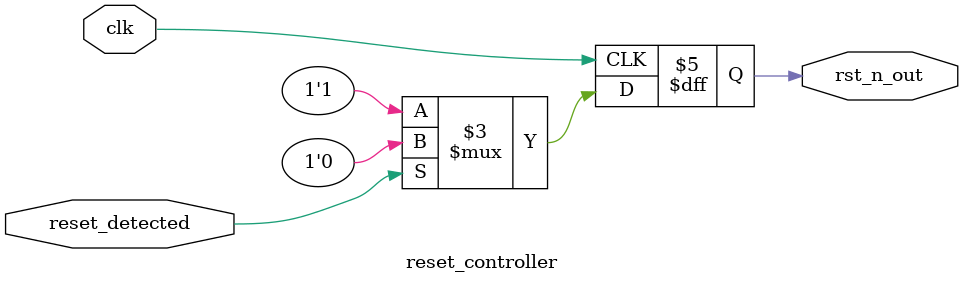
<source format=sv>
module RD7(
  input clk,
  input rst_n_in,
  output rst_n_out
);

  // 内部信号连接
  wire reset_detect_signal;
  
  // 实例化复位检测子模块
  reset_detector reset_detector_inst(
    .clk(clk),
    .rst_n_in(rst_n_in),
    .reset_detected(reset_detect_signal)
  );
  
  // 实例化复位处理子模块
  reset_controller reset_controller_inst(
    .clk(clk),
    .reset_detected(reset_detect_signal),
    .rst_n_out(rst_n_out)
  );

endmodule

// 复位检测子模块
module reset_detector(
  input clk,
  input rst_n_in,
  output reg reset_detected
);

  always @(posedge clk or negedge rst_n_in) begin
    if (!rst_n_in) begin
      reset_detected <= 1'b1; // 检测到复位
    end else begin
      reset_detected <= 1'b0; // 无复位
    end
  end

endmodule

// 复位控制子模块
module reset_controller(
  input clk,
  input reset_detected,
  output reg rst_n_out
);

  always @(posedge clk) begin
    if (reset_detected) begin
      rst_n_out <= 1'b0; // 激活复位
    end else begin
      rst_n_out <= 1'b1; // 释放复位
    end
  end

endmodule
</source>
